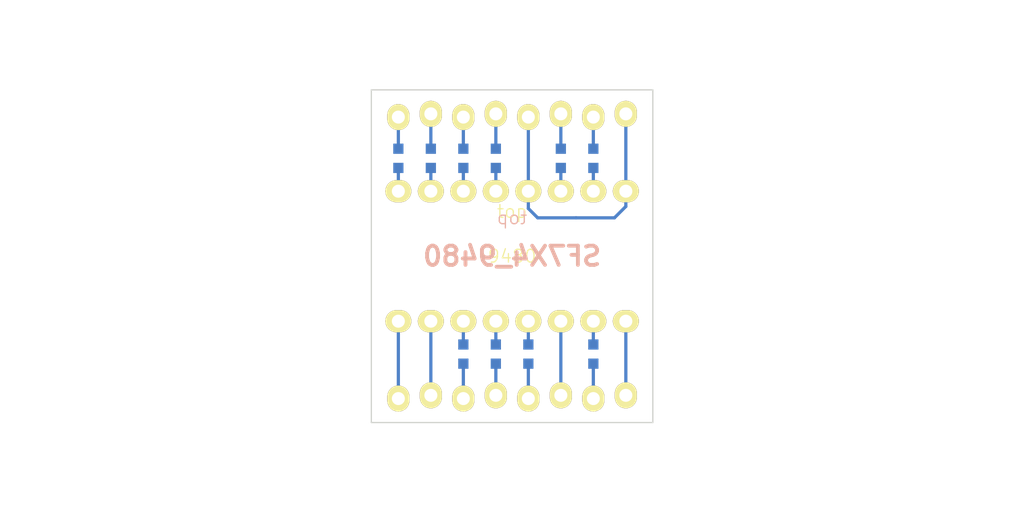
<source format=kicad_pcb>
(kicad_pcb (version 4) (host pcbnew 4.0.2+dfsg1-stable)

  (general
    (links 27)
    (no_connects 0)
    (area 59.774999 79.774999 140.225001 120.225001)
    (thickness 1.6)
    (drawings 7)
    (tracks 32)
    (zones 0)
    (modules 13)
    (nets 26)
  )

  (page A4)
  (layers
    (0 F.Cu signal)
    (31 B.Cu signal)
    (32 B.Adhes user)
    (33 F.Adhes user)
    (34 B.Paste user)
    (35 F.Paste user)
    (36 B.SilkS user)
    (37 F.SilkS user)
    (38 B.Mask user)
    (39 F.Mask user)
    (40 Dwgs.User user)
    (41 Cmts.User user)
    (42 Eco1.User user)
    (43 Eco2.User user)
    (44 Edge.Cuts user)
    (45 Margin user)
    (46 B.CrtYd user)
    (47 F.CrtYd user)
    (48 B.Fab user)
    (49 F.Fab user)
  )

  (setup
    (last_trace_width 0.25)
    (trace_clearance 0.2)
    (zone_clearance 0.508)
    (zone_45_only no)
    (trace_min 0.2)
    (segment_width 0.2)
    (edge_width 0.1)
    (via_size 0.6)
    (via_drill 0.4)
    (via_min_size 0.4)
    (via_min_drill 0.3)
    (uvia_size 0.3)
    (uvia_drill 0.1)
    (uvias_allowed no)
    (uvia_min_size 0.2)
    (uvia_min_drill 0.1)
    (pcb_text_width 0.3)
    (pcb_text_size 1.5 1.5)
    (mod_edge_width 0.15)
    (mod_text_size 1 1)
    (mod_text_width 0.15)
    (pad_size 2.032 1.7272)
    (pad_drill 1.016)
    (pad_to_mask_clearance 0)
    (aux_axis_origin 0 0)
    (visible_elements FFFFFF7F)
    (pcbplotparams
      (layerselection 0x00030_80000001)
      (usegerberextensions false)
      (excludeedgelayer true)
      (linewidth 0.100000)
      (plotframeref false)
      (viasonmask false)
      (mode 1)
      (useauxorigin false)
      (hpglpennumber 1)
      (hpglpenspeed 20)
      (hpglpendiameter 15)
      (hpglpenoverlay 2)
      (psnegative false)
      (psa4output false)
      (plotreference true)
      (plotvalue true)
      (plotinvisibletext false)
      (padsonsilk false)
      (subtractmaskfromsilk false)
      (outputformat 1)
      (mirror false)
      (drillshape 1)
      (scaleselection 1)
      (outputdirectory ""))
  )

  (net 0 "")
  (net 1 /a)
  (net 2 /b)
  (net 3 /c)
  (net 4 /d)
  (net 5 /e)
  (net 6 /f)
  (net 7 /g)
  (net 8 /p)
  (net 9 /n)
  (net 10 /0)
  (net 11 /1)
  (net 12 /2)
  (net 13 /3)
  (net 14 /x)
  (net 15 /ax)
  (net 16 /bx)
  (net 17 /cx)
  (net 18 /dx)
  (net 19 /ex)
  (net 20 /fx)
  (net 21 /gx)
  (net 22 /px)
  (net 23 /xx)
  (net 24 /l)
  (net 25 /lx)

  (net_class Default "This is the default net class."
    (clearance 0.2)
    (trace_width 0.25)
    (via_dia 0.6)
    (via_drill 0.4)
    (uvia_dia 0.3)
    (uvia_drill 0.1)
    (add_net /0)
    (add_net /1)
    (add_net /2)
    (add_net /3)
    (add_net /a)
    (add_net /ax)
    (add_net /b)
    (add_net /bx)
    (add_net /c)
    (add_net /cx)
    (add_net /d)
    (add_net /dx)
    (add_net /e)
    (add_net /ex)
    (add_net /f)
    (add_net /fx)
    (add_net /g)
    (add_net /gx)
    (add_net /l)
    (add_net /lx)
    (add_net /n)
    (add_net /p)
    (add_net /px)
    (add_net /x)
    (add_net /xx)
  )

  (module 00_my_modules:00TEST (layer F.Cu) (tedit 5E9C883D) (tstamp 5E9C897D)
    (at 100 100)
    (descr LED)
    (tags "numeric seven segment")
    (fp_text reference 9480 (at 0 0) (layer F.SilkS)
      (effects (font (size 1 1) (thickness 0.1)))
    )
    (fp_text value top (at 0 -3.5) (layer F.SilkS)
      (effects (font (size 1 1) (thickness 0.1)))
    )
    (fp_line (start -20.1 -6.4) (end -20.1 6.4) (layer F.CrtYd) (width 0.05))
    (fp_line (start 20.1 -6.4) (end 20.1 6.4) (layer F.CrtYd) (width 0.05))
    (fp_line (start -20.1 -6.4) (end 20.1 -6.4) (layer F.CrtYd) (width 0.05))
    (fp_line (start -20.1 6.4) (end 20.1 6.4) (layer F.CrtYd) (width 0.05))
    (fp_line (start -40 0) (end 40 0) (layer F.CrtYd) (width 0.05))
    (fp_line (start 0 -20) (end 0 20) (layer F.CrtYd) (width 0.05))
    (fp_line (start -40 11) (end 40 11) (layer F.CrtYd) (width 0.05))
    (fp_line (start -40 -11) (end 40 -11) (layer F.CrtYd) (width 0.05))
    (pad 0 thru_hole oval (at -8.89 5.08) (size 2.032 1.7272) (drill 1.016) (layers *.Cu *.Mask F.SilkS)
      (net 10 /0))
    (pad 1 thru_hole oval (at -6.35 5.08) (size 2.032 1.7272) (drill 1.016) (layers *.Cu *.Mask F.SilkS)
      (net 11 /1))
    (pad D thru_hole oval (at -3.81 5.08) (size 2.032 1.7272) (drill 1.016) (layers *.Cu *.Mask F.SilkS)
      (net 4 /d))
    (pad L thru_hole oval (at -1.27 5.08) (size 2.032 1.7272) (drill 1.016) (layers *.Cu *.Mask F.SilkS)
      (net 24 /l))
    (pad E thru_hole oval (at 1.27 5.08) (size 2.032 1.7272) (drill 1.016) (layers *.Cu *.Mask F.SilkS)
      (net 5 /e))
    (pad 2 thru_hole oval (at 3.81 5.08) (size 2.032 1.7272) (drill 1.016) (layers *.Cu *.Mask F.SilkS)
      (net 12 /2))
    (pad P thru_hole oval (at 6.35 5.08) (size 2.032 1.7272) (drill 1.016) (layers *.Cu *.Mask F.SilkS)
      (net 8 /p))
    (pad 3 thru_hole oval (at 8.89 5.08) (size 2.032 1.7272) (drill 1.016) (layers *.Cu *.Mask F.SilkS)
      (net 13 /3))
    (pad N thru_hole oval (at 8.89 -5.08) (size 2.032 1.7272) (drill 1.016) (layers *.Cu *.Mask F.SilkS)
      (net 9 /n))
    (pad X thru_hole oval (at 6.35 -5.08) (size 2.032 1.7272) (drill 1.016) (layers *.Cu *.Mask F.SilkS)
      (net 14 /x))
    (pad F thru_hole oval (at 3.81 -5.08) (size 2.032 1.7272) (drill 1.016) (layers *.Cu *.Mask F.SilkS)
      (net 6 /f))
    (pad N thru_hole oval (at 1.27 -5.08) (size 2.032 1.7272) (drill 1.016) (layers *.Cu *.Mask F.SilkS)
      (net 9 /n))
    (pad C thru_hole oval (at -1.27 -5.08) (size 2.032 1.7272) (drill 1.016) (layers *.Cu *.Mask F.SilkS)
      (net 3 /c))
    (pad A thru_hole oval (at -3.81 -5.08) (size 2.032 1.7272) (drill 1.016) (layers *.Cu *.Mask F.SilkS)
      (net 1 /a))
    (pad G thru_hole oval (at -6.35 -5.08) (size 2.032 1.7272) (drill 1.016) (layers *.Cu *.Mask F.SilkS)
      (net 7 /g))
    (pad B thru_hole oval (at -8.89 -5.08) (size 2.032 1.7272) (drill 1.016) (layers *.Cu *.Mask F.SilkS)
      (net 2 /b))
  )

  (module 00_my_modules:header1x8wiggle (layer F.Cu) (tedit 5E9C8772) (tstamp 5E9C89AF)
    (at 100 89 90)
    (descr "Through hole pin header")
    (tags "pin header")
    (fp_text reference "" (at 0 -2.4 90) (layer F.SilkS)
      (effects (font (size 0.5 0.5) (thickness 0.01)))
    )
    (fp_text value "" (at 0 -3.1 90) (layer F.Fab)
      (effects (font (size 0.5 0.5) (thickness 0.01)))
    )
    (fp_line (start -1.75 -10.64) (end -1.75 10.64) (layer F.CrtYd) (width 0.05))
    (fp_line (start 1.75 -10.64) (end 1.75 10.64) (layer F.CrtYd) (width 0.05))
    (fp_line (start -1.75 -10.64) (end 1.75 -10.64) (layer F.CrtYd) (width 0.05))
    (fp_line (start -1.75 10.64) (end 1.75 10.64) (layer F.CrtYd) (width 0.05))
    (fp_line (start -6 -8.89) (end 6 -8.89) (layer F.CrtYd) (width 0.01))
    (fp_line (start -6 0) (end 6 0) (layer F.CrtYd) (width 0.01))
    (fp_line (start -6 8.89) (end 6 8.89) (layer F.CrtYd) (width 0.01))
    (pad BX thru_hole oval (at -0.127 -8.89 90) (size 2.032 1.7272) (drill 1.016) (layers *.Cu *.Mask F.SilkS)
      (net 16 /bx))
    (pad GX thru_hole oval (at 0.127 -6.35 90) (size 2.032 1.7272) (drill 1.016) (layers *.Cu *.Mask F.SilkS)
      (net 21 /gx))
    (pad AX thru_hole oval (at -0.127 -3.81 90) (size 2.032 1.7272) (drill 1.016) (layers *.Cu *.Mask F.SilkS)
      (net 15 /ax))
    (pad CX thru_hole oval (at 0.127 -1.27 90) (size 2.032 1.7272) (drill 1.016) (layers *.Cu *.Mask F.SilkS)
      (net 17 /cx))
    (pad N thru_hole oval (at -0.127 1.27 90) (size 2.032 1.7272) (drill 1.016) (layers *.Cu *.Mask F.SilkS)
      (net 9 /n))
    (pad FX thru_hole oval (at 0.127 3.81 90) (size 2.032 1.7272) (drill 1.016) (layers *.Cu *.Mask F.SilkS)
      (net 20 /fx))
    (pad XX thru_hole oval (at -0.127 6.35 90) (size 2.032 1.7272) (drill 1.016) (layers *.Cu *.Mask F.SilkS)
      (net 23 /xx))
    (pad N thru_hole oval (at 0.127 8.89 90) (size 2.032 1.7272) (drill 1.016) (layers *.Cu *.Mask F.SilkS)
      (net 9 /n))
  )

  (module 00_my_modules:header1x8wiggle (layer F.Cu) (tedit 5E9C882B) (tstamp 5E9C89D4)
    (at 100 111 90)
    (descr "Through hole pin header")
    (tags "pin header")
    (fp_text reference "" (at 0 -2.4 90) (layer F.SilkS)
      (effects (font (size 0.5 0.5) (thickness 0.01)))
    )
    (fp_text value "" (at 0 -3.1 90) (layer F.Fab)
      (effects (font (size 0.5 0.5) (thickness 0.01)))
    )
    (fp_line (start -1.75 -10.64) (end -1.75 10.64) (layer F.CrtYd) (width 0.05))
    (fp_line (start 1.75 -10.64) (end 1.75 10.64) (layer F.CrtYd) (width 0.05))
    (fp_line (start -1.75 -10.64) (end 1.75 -10.64) (layer F.CrtYd) (width 0.05))
    (fp_line (start -1.75 10.64) (end 1.75 10.64) (layer F.CrtYd) (width 0.05))
    (fp_line (start -6 -8.89) (end 6 -8.89) (layer F.CrtYd) (width 0.01))
    (fp_line (start -6 0) (end 6 0) (layer F.CrtYd) (width 0.01))
    (fp_line (start -6 8.89) (end 6 8.89) (layer F.CrtYd) (width 0.01))
    (pad 0 thru_hole oval (at -0.127 -8.89 90) (size 2.032 1.7272) (drill 1.016) (layers *.Cu *.Mask F.SilkS)
      (net 10 /0))
    (pad 1 thru_hole oval (at 0.127 -6.35 90) (size 2.032 1.7272) (drill 1.016) (layers *.Cu *.Mask F.SilkS)
      (net 11 /1))
    (pad DX thru_hole oval (at -0.127 -3.81 90) (size 2.032 1.7272) (drill 1.016) (layers *.Cu *.Mask F.SilkS)
      (net 18 /dx))
    (pad LX thru_hole oval (at 0.127 -1.27 90) (size 2.032 1.7272) (drill 1.016) (layers *.Cu *.Mask F.SilkS)
      (net 25 /lx))
    (pad EX thru_hole oval (at -0.127 1.27 90) (size 2.032 1.7272) (drill 1.016) (layers *.Cu *.Mask F.SilkS)
      (net 19 /ex))
    (pad 2 thru_hole oval (at 0.127 3.81 90) (size 2.032 1.7272) (drill 1.016) (layers *.Cu *.Mask F.SilkS)
      (net 12 /2))
    (pad PX thru_hole oval (at -0.127 6.35 90) (size 2.032 1.7272) (drill 1.016) (layers *.Cu *.Mask F.SilkS)
      (net 22 /px))
    (pad 3 thru_hole oval (at 0.127 8.89 90) (size 2.032 1.7272) (drill 1.016) (layers *.Cu *.Mask F.SilkS)
      (net 13 /3))
  )

  (module 00_my_modules:R_0603 (layer B.Cu) (tedit 5E9C86F4) (tstamp 5E9C92E3)
    (at 91.11 92.35 270)
    (descr R0603)
    (tags "resistor 0603")
    (attr smd)
    (fp_text reference R (at 0 0 270) (layer B.Fab)
      (effects (font (size 0.5 0.5) (thickness 0.1)) (justify mirror))
    )
    (fp_text value "" (at 0 0 270) (layer B.Fab)
      (effects (font (size 0.5 0.5) (thickness 0.01)) (justify mirror))
    )
    (fp_line (start -1.2 0.45) (end 1.2 0.45) (layer B.CrtYd) (width 0.01))
    (fp_line (start -1.2 -0.45) (end 1.2 -0.45) (layer B.CrtYd) (width 0.01))
    (fp_line (start -1.2 0.45) (end -1.2 -0.45) (layer B.CrtYd) (width 0.01))
    (fp_line (start 1.2 0.45) (end 1.2 -0.45) (layer B.CrtYd) (width 0.01))
    (pad BX smd rect (at -0.75 0 270) (size 0.8 0.8) (layers B.Cu B.Paste B.Mask)
      (net 16 /bx))
    (pad B smd rect (at 0.75 0 270) (size 0.8 0.8) (layers B.Cu B.Paste B.Mask)
      (net 2 /b))
  )

  (module 00_my_modules:R_0603 (layer B.Cu) (tedit 5E9C86D3) (tstamp 5E9C92E3)
    (at 93.65 92.35 270)
    (descr R0603)
    (tags "resistor 0603")
    (attr smd)
    (fp_text reference R (at 0 0 270) (layer B.Fab)
      (effects (font (size 0.5 0.5) (thickness 0.1)) (justify mirror))
    )
    (fp_text value "" (at 0 0 270) (layer B.Fab)
      (effects (font (size 0.5 0.5) (thickness 0.01)) (justify mirror))
    )
    (fp_line (start -1.2 0.45) (end 1.2 0.45) (layer B.CrtYd) (width 0.01))
    (fp_line (start -1.2 -0.45) (end 1.2 -0.45) (layer B.CrtYd) (width 0.01))
    (fp_line (start -1.2 0.45) (end -1.2 -0.45) (layer B.CrtYd) (width 0.01))
    (fp_line (start 1.2 0.45) (end 1.2 -0.45) (layer B.CrtYd) (width 0.01))
    (pad GX smd rect (at -0.75 0 270) (size 0.8 0.8) (layers B.Cu B.Paste B.Mask)
      (net 21 /gx))
    (pad G smd rect (at 0.75 0 270) (size 0.8 0.8) (layers B.Cu B.Paste B.Mask)
      (net 7 /g))
  )

  (module 00_my_modules:R_0603 (layer B.Cu) (tedit 5E9C86C0) (tstamp 5E9C92E3)
    (at 96.19 92.35 270)
    (descr R0603)
    (tags "resistor 0603")
    (attr smd)
    (fp_text reference R (at 0 0 270) (layer B.Fab)
      (effects (font (size 0.5 0.5) (thickness 0.1)) (justify mirror))
    )
    (fp_text value "" (at 0 0 270) (layer B.Fab)
      (effects (font (size 0.5 0.5) (thickness 0.01)) (justify mirror))
    )
    (fp_line (start -1.2 0.45) (end 1.2 0.45) (layer B.CrtYd) (width 0.01))
    (fp_line (start -1.2 -0.45) (end 1.2 -0.45) (layer B.CrtYd) (width 0.01))
    (fp_line (start -1.2 0.45) (end -1.2 -0.45) (layer B.CrtYd) (width 0.01))
    (fp_line (start 1.2 0.45) (end 1.2 -0.45) (layer B.CrtYd) (width 0.01))
    (pad AX smd rect (at -0.75 0 270) (size 0.8 0.8) (layers B.Cu B.Paste B.Mask)
      (net 15 /ax))
    (pad A smd rect (at 0.75 0 270) (size 0.8 0.8) (layers B.Cu B.Paste B.Mask)
      (net 1 /a))
  )

  (module 00_my_modules:R_0603 (layer B.Cu) (tedit 5E9C85B7) (tstamp 5E9C92E3)
    (at 96.19 107.65 270)
    (descr R0603)
    (tags "resistor 0603")
    (attr smd)
    (fp_text reference R (at 0 0 270) (layer B.Fab)
      (effects (font (size 0.5 0.5) (thickness 0.1)) (justify mirror))
    )
    (fp_text value "" (at 0 0 270) (layer B.Fab)
      (effects (font (size 0.5 0.5) (thickness 0.01)) (justify mirror))
    )
    (fp_line (start -1.2 0.45) (end 1.2 0.45) (layer B.CrtYd) (width 0.01))
    (fp_line (start -1.2 -0.45) (end 1.2 -0.45) (layer B.CrtYd) (width 0.01))
    (fp_line (start -1.2 0.45) (end -1.2 -0.45) (layer B.CrtYd) (width 0.01))
    (fp_line (start 1.2 0.45) (end 1.2 -0.45) (layer B.CrtYd) (width 0.01))
    (pad D smd rect (at -0.75 0 270) (size 0.8 0.8) (layers B.Cu B.Paste B.Mask)
      (net 4 /d))
    (pad DX smd rect (at 0.75 0 270) (size 0.8 0.8) (layers B.Cu B.Paste B.Mask)
      (net 18 /dx))
  )

  (module 00_my_modules:R_0603 (layer B.Cu) (tedit 5E9C86AD) (tstamp 5E9C92E3)
    (at 98.73 92.35 270)
    (descr R0603)
    (tags "resistor 0603")
    (attr smd)
    (fp_text reference R (at 0 0 270) (layer B.Fab)
      (effects (font (size 0.5 0.5) (thickness 0.1)) (justify mirror))
    )
    (fp_text value "" (at 0 0 270) (layer B.Fab)
      (effects (font (size 0.5 0.5) (thickness 0.01)) (justify mirror))
    )
    (fp_line (start -1.2 0.45) (end 1.2 0.45) (layer B.CrtYd) (width 0.01))
    (fp_line (start -1.2 -0.45) (end 1.2 -0.45) (layer B.CrtYd) (width 0.01))
    (fp_line (start -1.2 0.45) (end -1.2 -0.45) (layer B.CrtYd) (width 0.01))
    (fp_line (start 1.2 0.45) (end 1.2 -0.45) (layer B.CrtYd) (width 0.01))
    (pad CX smd rect (at -0.75 0 270) (size 0.8 0.8) (layers B.Cu B.Paste B.Mask)
      (net 17 /cx))
    (pad C smd rect (at 0.75 0 270) (size 0.8 0.8) (layers B.Cu B.Paste B.Mask)
      (net 3 /c))
  )

  (module 00_my_modules:R_0603 (layer B.Cu) (tedit 5E9C8826) (tstamp 5E9C92E3)
    (at 98.73 107.65 270)
    (descr R0603)
    (tags "resistor 0603")
    (attr smd)
    (fp_text reference R (at 0 0 270) (layer B.Fab)
      (effects (font (size 0.5 0.5) (thickness 0.1)) (justify mirror))
    )
    (fp_text value "" (at 0 0 270) (layer B.Fab)
      (effects (font (size 0.5 0.5) (thickness 0.01)) (justify mirror))
    )
    (fp_line (start -1.2 0.45) (end 1.2 0.45) (layer B.CrtYd) (width 0.01))
    (fp_line (start -1.2 -0.45) (end 1.2 -0.45) (layer B.CrtYd) (width 0.01))
    (fp_line (start -1.2 0.45) (end -1.2 -0.45) (layer B.CrtYd) (width 0.01))
    (fp_line (start 1.2 0.45) (end 1.2 -0.45) (layer B.CrtYd) (width 0.01))
    (pad L smd rect (at -0.75 0 270) (size 0.8 0.8) (layers B.Cu B.Paste B.Mask)
      (net 24 /l))
    (pad LX smd rect (at 0.75 0 270) (size 0.8 0.8) (layers B.Cu B.Paste B.Mask)
      (net 25 /lx))
  )

  (module 00_my_modules:R_0603 (layer B.Cu) (tedit 5E9C8595) (tstamp 5E9C92E3)
    (at 101.27 107.65 270)
    (descr R0603)
    (tags "resistor 0603")
    (attr smd)
    (fp_text reference R (at 0 0 270) (layer B.Fab)
      (effects (font (size 0.5 0.5) (thickness 0.1)) (justify mirror))
    )
    (fp_text value "" (at 0 0 270) (layer B.Fab)
      (effects (font (size 0.5 0.5) (thickness 0.01)) (justify mirror))
    )
    (fp_line (start -1.2 0.45) (end 1.2 0.45) (layer B.CrtYd) (width 0.01))
    (fp_line (start -1.2 -0.45) (end 1.2 -0.45) (layer B.CrtYd) (width 0.01))
    (fp_line (start -1.2 0.45) (end -1.2 -0.45) (layer B.CrtYd) (width 0.01))
    (fp_line (start 1.2 0.45) (end 1.2 -0.45) (layer B.CrtYd) (width 0.01))
    (pad E smd rect (at -0.75 0 270) (size 0.8 0.8) (layers B.Cu B.Paste B.Mask)
      (net 5 /e))
    (pad EX smd rect (at 0.75 0 270) (size 0.8 0.8) (layers B.Cu B.Paste B.Mask)
      (net 19 /ex))
  )

  (module 00_my_modules:R_0603 (layer B.Cu) (tedit 5E9C8685) (tstamp 5E9C92E3)
    (at 103.81 92.35 270)
    (descr R0603)
    (tags "resistor 0603")
    (attr smd)
    (fp_text reference R (at 0 0 270) (layer B.Fab)
      (effects (font (size 0.5 0.5) (thickness 0.1)) (justify mirror))
    )
    (fp_text value "" (at 0 0 270) (layer B.Fab)
      (effects (font (size 0.5 0.5) (thickness 0.01)) (justify mirror))
    )
    (fp_line (start -1.2 0.45) (end 1.2 0.45) (layer B.CrtYd) (width 0.01))
    (fp_line (start -1.2 -0.45) (end 1.2 -0.45) (layer B.CrtYd) (width 0.01))
    (fp_line (start -1.2 0.45) (end -1.2 -0.45) (layer B.CrtYd) (width 0.01))
    (fp_line (start 1.2 0.45) (end 1.2 -0.45) (layer B.CrtYd) (width 0.01))
    (pad FX smd rect (at -0.75 0 270) (size 0.8 0.8) (layers B.Cu B.Paste B.Mask)
      (net 20 /fx))
    (pad F smd rect (at 0.75 0 270) (size 0.8 0.8) (layers B.Cu B.Paste B.Mask)
      (net 6 /f))
  )

  (module 00_my_modules:R_0603 (layer B.Cu) (tedit 5E9C8670) (tstamp 5E9C92E3)
    (at 106.35 92.35 270)
    (descr R0603)
    (tags "resistor 0603")
    (attr smd)
    (fp_text reference R (at 0 0 270) (layer B.Fab)
      (effects (font (size 0.5 0.5) (thickness 0.1)) (justify mirror))
    )
    (fp_text value "" (at 0 0 270) (layer B.Fab)
      (effects (font (size 0.5 0.5) (thickness 0.01)) (justify mirror))
    )
    (fp_line (start -1.2 0.45) (end 1.2 0.45) (layer B.CrtYd) (width 0.01))
    (fp_line (start -1.2 -0.45) (end 1.2 -0.45) (layer B.CrtYd) (width 0.01))
    (fp_line (start -1.2 0.45) (end -1.2 -0.45) (layer B.CrtYd) (width 0.01))
    (fp_line (start 1.2 0.45) (end 1.2 -0.45) (layer B.CrtYd) (width 0.01))
    (pad XX smd rect (at -0.75 0 270) (size 0.8 0.8) (layers B.Cu B.Paste B.Mask)
      (net 23 /xx))
    (pad X smd rect (at 0.75 0 270) (size 0.8 0.8) (layers B.Cu B.Paste B.Mask)
      (net 14 /x))
  )

  (module 00_my_modules:R_0603 (layer B.Cu) (tedit 5E9C85FF) (tstamp 5E9C92E3)
    (at 106.35 107.65 270)
    (descr R0603)
    (tags "resistor 0603")
    (attr smd)
    (fp_text reference R (at 0 0 270) (layer B.Fab)
      (effects (font (size 0.5 0.5) (thickness 0.1)) (justify mirror))
    )
    (fp_text value "" (at 0 0 270) (layer B.Fab)
      (effects (font (size 0.5 0.5) (thickness 0.01)) (justify mirror))
    )
    (fp_line (start -1.2 0.45) (end 1.2 0.45) (layer B.CrtYd) (width 0.01))
    (fp_line (start -1.2 -0.45) (end 1.2 -0.45) (layer B.CrtYd) (width 0.01))
    (fp_line (start -1.2 0.45) (end -1.2 -0.45) (layer B.CrtYd) (width 0.01))
    (fp_line (start 1.2 0.45) (end 1.2 -0.45) (layer B.CrtYd) (width 0.01))
    (pad P smd rect (at -0.75 0 270) (size 0.8 0.8) (layers B.Cu B.Paste B.Mask)
      (net 8 /p))
    (pad PX smd rect (at 0.75 0 270) (size 0.8 0.8) (layers B.Cu B.Paste B.Mask)
      (net 22 /px))
  )

  (gr_text top (at 100 97) (layer B.SilkS)
    (effects (font (size 1 1) (thickness 0.1)) (justify mirror))
  )
  (gr_text SF7X4_9480 (at 100 100) (layer B.SilkS)
    (effects (font (size 1.5 1.5) (thickness 0.3)) (justify mirror))
  )
  (gr_line (start 89 87) (end 111 87) (angle 90) (layer Edge.Cuts) (width 0.1))
  (gr_line (start 89 113) (end 89 87) (angle 90) (layer Edge.Cuts) (width 0.1))
  (gr_line (start 111 113) (end 89 113) (angle 90) (layer Edge.Cuts) (width 0.1))
  (gr_line (start 111 87) (end 111 113) (angle 90) (layer Edge.Cuts) (width 0.1))
  (dimension 22 (width 0.3) (layer F.CrtYd)
    (gr_text "22.000 mm" (at 115.35 100 270) (layer F.CrtYd)
      (effects (font (size 1.5 1.5) (thickness 0.3)))
    )
    (feature1 (pts (xy 112 111) (xy 116.7 111)))
    (feature2 (pts (xy 112 89) (xy 116.7 89)))
    (crossbar (pts (xy 114 89) (xy 114 111)))
    (arrow1a (pts (xy 114 111) (xy 113.413579 109.873496)))
    (arrow1b (pts (xy 114 111) (xy 114.586421 109.873496)))
    (arrow2a (pts (xy 114 89) (xy 113.413579 90.126504)))
    (arrow2b (pts (xy 114 89) (xy 114.586421 90.126504)))
  )

  (segment (start 96.19 94.92) (end 96.19 93.1) (width 0.25) (layer B.Cu) (net 1))
  (segment (start 91.11 94.92) (end 91.11 93.1) (width 0.25) (layer B.Cu) (net 2))
  (segment (start 98.73 93.1) (end 98.73 94.92) (width 0.25) (layer B.Cu) (net 3))
  (segment (start 96.19 105.08) (end 96.19 106.9) (width 0.25) (layer B.Cu) (net 4))
  (segment (start 101.27 105.08) (end 101.27 106.9) (width 0.25) (layer B.Cu) (net 5))
  (segment (start 103.81 94.92) (end 103.81 93.1) (width 0.25) (layer B.Cu) (net 6))
  (segment (start 93.65 93.1) (end 93.65 94.92) (width 0.25) (layer B.Cu) (net 7))
  (segment (start 106.35 106.9) (end 106.35 105.08) (width 0.25) (layer B.Cu) (net 8))
  (segment (start 108.89 94.92) (end 108.89 96.11) (width 0.25) (layer B.Cu) (net 9))
  (segment (start 101.27 96.27) (end 102 97) (width 0.25) (layer B.Cu) (net 9) (tstamp 5E9C881E))
  (segment (start 102 97) (end 105 97) (width 0.25) (layer B.Cu) (net 9) (tstamp 5E9C881F))
  (segment (start 101.27 96.27) (end 101.27 94.92) (width 0.25) (layer B.Cu) (net 9))
  (segment (start 108 97) (end 105 97) (width 0.25) (layer B.Cu) (net 9) (tstamp 5E9C8822))
  (segment (start 108.89 96.11) (end 108 97) (width 0.25) (layer B.Cu) (net 9) (tstamp 5E9C8821))
  (segment (start 108.89 88.873) (end 108.89 94.92) (width 0.25) (layer B.Cu) (net 9))
  (segment (start 101.27 89.127) (end 101.27 94.92) (width 0.25) (layer B.Cu) (net 9))
  (segment (start 91.11 105.08) (end 91.11 111.127) (width 0.25) (layer B.Cu) (net 10))
  (segment (start 93.65 110.873) (end 93.65 105.08) (width 0.25) (layer B.Cu) (net 11))
  (segment (start 103.81 105.08) (end 103.81 110.873) (width 0.25) (layer B.Cu) (net 12))
  (segment (start 108.89 110.873) (end 108.89 105.08) (width 0.25) (layer B.Cu) (net 13))
  (segment (start 106.35 94.92) (end 106.35 93.1) (width 0.25) (layer B.Cu) (net 14))
  (segment (start 96.19 91.6) (end 96.19 89.127) (width 0.25) (layer B.Cu) (net 15))
  (segment (start 91.11 91.6) (end 91.11 89.127) (width 0.25) (layer B.Cu) (net 16))
  (segment (start 98.73 88.873) (end 98.73 91.6) (width 0.25) (layer B.Cu) (net 17))
  (segment (start 96.19 111.127) (end 96.19 108.4) (width 0.25) (layer B.Cu) (net 18))
  (segment (start 101.27 111.127) (end 101.27 108.4) (width 0.25) (layer B.Cu) (net 19))
  (segment (start 103.81 88.873) (end 103.81 91.6) (width 0.25) (layer B.Cu) (net 20))
  (segment (start 93.65 88.873) (end 93.65 91.6) (width 0.25) (layer B.Cu) (net 21))
  (segment (start 106.35 111.127) (end 106.35 108.4) (width 0.25) (layer B.Cu) (net 22))
  (segment (start 106.35 91.6) (end 106.35 89.127) (width 0.25) (layer B.Cu) (net 23))
  (segment (start 98.73 105.08) (end 98.73 106.9) (width 0.25) (layer B.Cu) (net 24) (status C00000))
  (segment (start 98.73 110.873) (end 98.73 108.4) (width 0.25) (layer B.Cu) (net 25) (status C00000))

)

</source>
